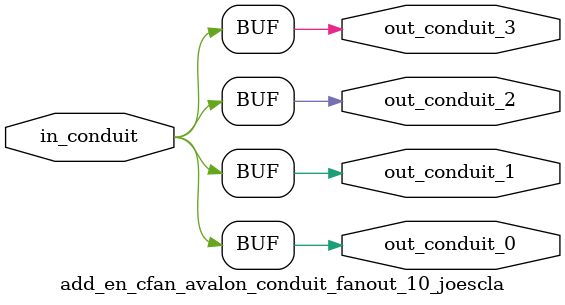
<source format=sv>


 


// --------------------------------------------------------------------------------
//| Avalon Conduit Fan-Out
// --------------------------------------------------------------------------------

// ------------------------------------------
// Generation parameters:
//   output_name:       add_en_cfan_avalon_conduit_fanout_10_joescla
//   numFanOut:         4
//   
// ------------------------------------------

module add_en_cfan_avalon_conduit_fanout_10_joescla (     

// Interface: out_conduit_0
 output                    out_conduit_0,
// Interface: out_conduit_1
 output                    out_conduit_1,
// Interface: out_conduit_2
 output                    out_conduit_2,
// Interface: out_conduit_3
 output                    out_conduit_3,

// Interface: in_conduit
 input                   in_conduit

);

   assign  out_conduit_0 = in_conduit;
   assign  out_conduit_1 = in_conduit;
   assign  out_conduit_2 = in_conduit;
   assign  out_conduit_3 = in_conduit;

endmodule //


</source>
